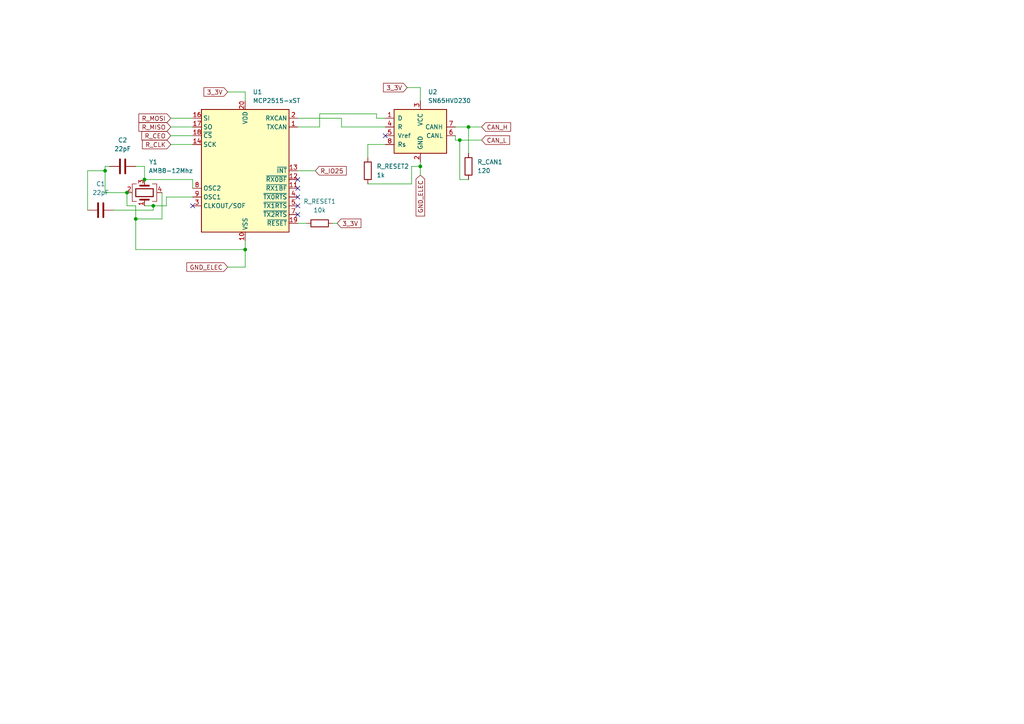
<source format=kicad_sch>
(kicad_sch (version 20231120) (generator "eeschema") (generator_version "8.0")
  (paper "A4")
  (lib_symbols
    (symbol "Device:C" (pin_numbers hide) (pin_names (offset 0.254))
      (property "Reference" "C" (at 0.635 2.54 0))
      (property "Value" "C" (at 0.635 -2.54 0))
      (symbol "C_0_1"
        (polyline (pts (xy -2.032 -0.762) (xy 2.032 -0.762)) (stroke (width 0.508)))
        (polyline (pts (xy -2.032 0.762) (xy 2.032 0.762)) (stroke (width 0.508)))
      )
      (symbol "C_1_1"
        (pin passive line (at 0 3.81 270) (length 2.794) (name "~") (number "1"))
        (pin passive line (at 0 -3.81 90) (length 2.794) (name "~") (number "2"))
      )
    )
    (symbol "Device:Crystal_GND24" (pin_names (offset 1.016) hide)
      (property "Reference" "Y" (at 3.175 5.08 0))
      (property "Value" "Crystal_GND24" (at 3.175 3.175 0))
      (symbol "Crystal_GND24_0_1"
        (rectangle (start -1.143 2.54) (end 1.143 -2.54) (stroke (width 0.3048)))
        (polyline (pts (xy -2.54 0) (xy -2.032 0)))
        (polyline (pts (xy -2.032 -1.27) (xy -2.032 1.27)) (stroke (width 0.508)))
        (polyline (pts (xy 0 -3.81) (xy 0 -3.556)))
        (polyline (pts (xy 0 3.556) (xy 0 3.81)))
        (polyline (pts (xy 2.032 -1.27) (xy 2.032 1.27)) (stroke (width 0.508)))
        (polyline (pts (xy 2.032 0) (xy 2.54 0)))
        (polyline (pts (xy -2.54 -2.286) (xy -2.54 -3.556) (xy 2.54 -3.556) (xy 2.54 -2.286)))
        (polyline (pts (xy -2.54 2.286) (xy -2.54 3.556) (xy 2.54 3.556) (xy 2.54 2.286)))
      )
      (symbol "Crystal_GND24_1_1"
        (pin passive line (at -3.81 0 0) (length 1.27) (name "1") (number "1"))
        (pin passive line (at 0 5.08 270) (length 1.27) (name "2") (number "2"))
        (pin passive line (at 3.81 0 180) (length 1.27) (name "3") (number "3"))
        (pin passive line (at 0 -5.08 90) (length 1.27) (name "4") (number "4"))
      )
    )
    (symbol "Device:R" (pin_numbers hide) (pin_names (offset 0))
      (property "Reference" "R" (at 2.032 0 90))
      (property "Value" "R" (at 0 0 90))
      (symbol "R_0_1"
        (rectangle (start -1.016 -2.54) (end 1.016 2.54) (stroke (width 0.254)))
      )
      (symbol "R_1_1"
        (pin passive line (at 0 3.81 270) (length 1.27) (name "~") (number "1"))
        (pin passive line (at 0 -3.81 90) (length 1.27) (name "~") (number "2"))
      )
    )
    (symbol "Interface_CAN_LIN:MCP2515-xST"
      (property "Reference" "U" (at -10.16 19.685 0))
      (property "Value" "MCP2515-xST" (at 19.05 20.32 0))
      (symbol "MCP2515-xST_0_1"
        (rectangle (start -12.7 17.78) (end 12.7 -17.78) (stroke (width 0.254)) (fill (type background)))
      )
      (symbol "MCP2515-xST_1_1"
        (pin output line (at 15.24 12.7 180) (length 2.54) (name "TXCAN") (number "1"))
        (pin power_in line (at 0 -20.32 90) (length 2.54) (name "VSS") (number "10"))
        (pin output line (at 15.24 -5.08 180) (length 2.54) (name "~{RX1BF}") (number "11"))
        (pin output line (at 15.24 -2.54 180) (length 2.54) (name "~{RX0BF}") (number "12"))
        (pin output line (at 15.24 0 180) (length 2.54) (name "~{INT}") (number "13"))
        (pin input line (at -15.24 7.62 0) (length 2.54) (name "SCK") (number "14"))
        (pin no_connect line (at -12.7 -2.54 0) (length 2.54) hide (name "NC") (number "15"))
        (pin input line (at -15.24 15.24 0) (length 2.54) (name "SI") (number "16"))
        (pin output line (at -15.24 12.7 0) (length 2.54) (name "SO") (number "17"))
        (pin input line (at -15.24 10.16 0) (length 2.54) (name "~{CS}") (number "18"))
        (pin input line (at 15.24 -15.24 180) (length 2.54) (name "~{RESET}") (number "19"))
        (pin input line (at 15.24 15.24 180) (length 2.54) (name "RXCAN") (number "2"))
        (pin power_in line (at 0 20.32 270) (length 2.54) (name "VDD") (number "20"))
        (pin output line (at -15.24 -10.16 0) (length 2.54) (name "CLKOUT/SOF") (number "3"))
        (pin input line (at 15.24 -7.62 180) (length 2.54) (name "~{TX0RTS}") (number "4"))
        (pin input line (at 15.24 -10.16 180) (length 2.54) (name "~{TX1RTS}") (number "5"))
        (pin no_connect line (at -12.7 0 0) (length 2.54) hide (name "NC") (number "6"))
        (pin input line (at 15.24 -12.7 180) (length 2.54) (name "~{TX2RTS}") (number "7"))
        (pin output line (at -15.24 -5.08 0) (length 2.54) (name "OSC2") (number "8"))
        (pin input line (at -15.24 -7.62 0) (length 2.54) (name "OSC1") (number "9"))
      )
    )
    (symbol "Interface_CAN_LIN:SN65HVD230" (pin_names (offset 1.016))
      (property "Reference" "U" (at -2.54 10.16 0))
      (property "Value" "SN65HVD230" (at -2.54 7.62 0))
      (symbol "SN65HVD230_0_1"
        (rectangle (start -7.62 5.08) (end 7.62 -7.62) (stroke (width 0.254)) (fill (type background)))
      )
      (symbol "SN65HVD230_1_1"
        (pin input line (at -10.16 2.54 0) (length 2.54) (name "D") (number "1"))
        (pin power_in line (at 0 -10.16 90) (length 2.54) (name "GND") (number "2"))
        (pin power_in line (at 0 7.62 270) (length 2.54) (name "VCC") (number "3"))
        (pin output line (at -10.16 0 0) (length 2.54) (name "R") (number "4"))
        (pin output line (at -10.16 -2.54 0) (length 2.54) (name "Vref") (number "5"))
        (pin bidirectional line (at 10.16 -2.54 180) (length 2.54) (name "CANL") (number "6"))
        (pin bidirectional line (at 10.16 0 180) (length 2.54) (name "CANH") (number "7"))
        (pin input line (at -10.16 -5.08 0) (length 2.54) (name "Rs") (number "8"))
      )
    )
  )
  (junction (at 30.48 49.53))
  (junction (at 44.45 59.69))
  (junction (at 41.91 52.07))
  (junction (at 135.89 36.83))
  (junction (at 39.37 63.5))
  (junction (at 121.92 48.26))
  (junction (at 71.12 72.39))
  (junction (at 133.35 40.64))
  (junction (at 36.83 55.88))
  (no_connect (at 86.36 59.69))
  (no_connect (at 86.36 57.15))
  (no_connect (at 86.36 52.07))
  (no_connect (at 111.76 39.37))
  (no_connect (at 86.36 62.23))
  (no_connect (at 86.36 54.61))
  (no_connect (at 55.88 59.69))
  (wire (pts (xy 48.26 57.15) (xy 48.26 59.69)))
  (wire (pts (xy 49.53 36.83) (xy 55.88 36.83)))
  (wire (pts (xy 30.48 55.88) (xy 36.83 55.88)))
  (wire (pts (xy 49.53 39.37) (xy 55.88 39.37)))
  (wire (pts (xy 106.68 53.34) (xy 119.38 53.34)))
  (wire (pts (xy 30.48 49.53) (xy 30.48 55.88)))
  (wire (pts (xy 109.22 33.02) (xy 109.22 34.29)))
  (wire (pts (xy 86.36 36.83) (xy 92.71 36.83)))
  (wire (pts (xy 66.04 77.47) (xy 71.12 77.47)))
  (wire (pts (xy 121.92 25.4) (xy 118.11 25.4)))
  (wire (pts (xy 33.02 60.96) (xy 44.45 60.96)))
  (wire (pts (xy 39.37 63.5) (xy 39.37 59.69)))
  (wire (pts (xy 44.45 59.69) (xy 41.91 59.69)))
  (wire (pts (xy 25.4 49.53) (xy 30.48 49.53)))
  (wire (pts (xy 48.26 57.15) (xy 55.88 57.15)))
  (wire (pts (xy 39.37 72.39) (xy 71.12 72.39)))
  (wire (pts (xy 36.83 55.88) (xy 36.83 59.69)))
  (wire (pts (xy 39.37 63.5) (xy 46.99 63.5)))
  (wire (pts (xy 121.92 48.26) (xy 121.92 50.8)))
  (wire (pts (xy 92.71 36.83) (xy 92.71 33.02)))
  (wire (pts (xy 133.35 40.64) (xy 132.08 40.64)))
  (wire (pts (xy 44.45 59.69) (xy 44.45 60.96)))
  (wire (pts (xy 86.36 64.77) (xy 88.9 64.77)))
  (wire (pts (xy 71.12 77.47) (xy 71.12 72.39)))
  (wire (pts (xy 41.91 52.07) (xy 55.88 52.07)))
  (wire (pts (xy 96.52 64.77) (xy 97.79 64.77)))
  (wire (pts (xy 39.37 72.39) (xy 39.37 63.5)))
  (wire (pts (xy 135.89 52.07) (xy 133.35 52.07)))
  (wire (pts (xy 99.06 36.83) (xy 99.06 34.29)))
  (wire (pts (xy 39.37 48.26) (xy 41.91 48.26)))
  (wire (pts (xy 49.53 34.29) (xy 55.88 34.29)))
  (wire (pts (xy 106.68 45.72) (xy 106.68 41.91)))
  (wire (pts (xy 39.37 59.69) (xy 36.83 59.69)))
  (wire (pts (xy 30.48 48.26) (xy 30.48 49.53)))
  (wire (pts (xy 119.38 48.26) (xy 121.92 48.26)))
  (wire (pts (xy 132.08 40.64) (xy 132.08 39.37)))
  (wire (pts (xy 49.53 41.91) (xy 55.88 41.91)))
  (wire (pts (xy 121.92 29.21) (xy 121.92 25.4)))
  (wire (pts (xy 66.04 26.67) (xy 71.12 26.67)))
  (wire (pts (xy 139.7 40.64) (xy 133.35 40.64)))
  (wire (pts (xy 71.12 26.67) (xy 71.12 29.21)))
  (wire (pts (xy 48.26 59.69) (xy 44.45 59.69)))
  (wire (pts (xy 132.08 36.83) (xy 135.89 36.83)))
  (wire (pts (xy 86.36 34.29) (xy 99.06 34.29)))
  (wire (pts (xy 92.71 33.02) (xy 109.22 33.02)))
  (wire (pts (xy 86.36 49.53) (xy 91.44 49.53)))
  (wire (pts (xy 55.88 52.07) (xy 55.88 54.61)))
  (wire (pts (xy 106.68 41.91) (xy 111.76 41.91)))
  (wire (pts (xy 119.38 53.34) (xy 119.38 48.26)))
  (wire (pts (xy 41.91 52.07) (xy 41.91 48.26)))
  (wire (pts (xy 30.48 48.26) (xy 31.75 48.26)))
  (wire (pts (xy 46.99 55.88) (xy 46.99 63.5)))
  (wire (pts (xy 71.12 72.39) (xy 71.12 69.85)))
  (wire (pts (xy 133.35 40.64) (xy 133.35 52.07)))
  (wire (pts (xy 135.89 36.83) (xy 135.89 44.45)))
  (wire (pts (xy 135.89 36.83) (xy 139.7 36.83)))
  (wire (pts (xy 25.4 60.96) (xy 25.4 49.53)))
  (wire (pts (xy 111.76 36.83) (xy 99.06 36.83)))
  (wire (pts (xy 109.22 34.29) (xy 111.76 34.29)))
  (wire (pts (xy 121.92 46.99) (xy 121.92 48.26)))
  (global_label "CAN_H" (shape input) (at 139.7 36.83 0) (property "Intersheetrefs" "${INTERSHEET_REFS}" (effects (hide yes))))
  (global_label "CAN_L" (shape input) (at 139.7 40.64 0) (property "Intersheetrefs" "${INTERSHEET_REFS}" (effects (hide yes))))
  (global_label "GND_ELEC" (shape input) (at 66.04 77.47 180) (property "Intersheetrefs" "${INTERSHEET_REFS}" (effects (hide yes))))
  (global_label "3_3V" (shape input) (at 66.04 26.67 180) (property "Intersheetrefs" "${INTERSHEET_REFS}" (effects (hide yes))))
  (global_label "3_3V" (shape input) (at 97.79 64.77 0) (property "Intersheetrefs" "${INTERSHEET_REFS}" (effects (hide yes))))
  (global_label "R_CEO" (shape input) (at 49.53 39.37 180) (property "Intersheetrefs" "${INTERSHEET_REFS}" (effects (hide yes))))
  (global_label "R_MISO" (shape input) (at 49.53 36.83 180) (property "Intersheetrefs" "${INTERSHEET_REFS}" (effects (hide yes))))
  (global_label "R_MOSI" (shape input) (at 49.53 34.29 180) (property "Intersheetrefs" "${INTERSHEET_REFS}" (effects (hide yes))))
  (global_label "GND_ELEC" (shape input) (at 121.92 50.8 270) (property "Intersheetrefs" "${INTERSHEET_REFS}" (effects (hide yes))))
  (global_label "R_CLK" (shape input) (at 49.53 41.91 180) (property "Intersheetrefs" "${INTERSHEET_REFS}" (effects (hide yes))))
  (global_label "3_3V" (shape input) (at 118.11 25.4 180) (property "Intersheetrefs" "${INTERSHEET_REFS}" (effects (hide yes))))
  (global_label "R_IO25" (shape input) (at 91.44 49.53 0) (property "Intersheetrefs" "${INTERSHEET_REFS}" (effects (hide yes))))
  (symbol (lib_id "Device:R") (at 106.68 49.53 180) (unit 1)
    (property "Reference" "R_RESET2" (at 109.22 48.26 0) (effects (justify right)))
    (property "Value" "1k" (at 109.22 50.8 0) (effects (justify right)))
    (property "Footprint" "Resistor_SMD:R_0603_1608Metric" (effects (hide yes)))
  )
  (symbol (lib_id "Device:R") (at 92.71 64.77 90) (unit 1)
    (property "Reference" "R_RESET1" (at 92.71 58.42 90))
    (property "Value" "10k" (at 92.71 60.96 90))
    (property "Footprint" "Resistor_SMD:R_0603_1608Metric" (effects (hide yes)))
  )
  (symbol (lib_id "Interface_CAN_LIN:MCP2515-xST") (at 71.12 49.53 0) (unit 1)
    (property "Reference" "U1" (at 73.3141 26.67 0) (effects (justify left)))
    (property "Value" "MCP2515-xST" (at 73.3141 29.21 0) (effects (justify left)))
    (property "Footprint" "Package_SO:TSSOP-20_4.4x6.5mm_P0.65mm" (effects (hide yes)))
    (property "Datasheet" "http://ww1.microchip.com/downloads/en/DeviceDoc/21801e.pdf" (effects (hide yes)))
  )
  (symbol (lib_id "Interface_CAN_LIN:SN65HVD230") (at 121.92 36.83 0) (unit 1)
    (property "Reference" "U2" (at 124.1141 26.67 0) (effects (justify left)))
    (property "Value" "SN65HVD230" (at 124.1141 29.21 0) (effects (justify left)))
    (property "Footprint" "Package_SO:SOIC-8_3.9x4.9mm_P1.27mm" (effects (hide yes)))
    (property "Datasheet" "http://www.ti.com/lit/ds/symlink/sn65hvd230.pdf" (effects (hide yes)))
  )
  (symbol (lib_id "Device:C") (at 29.21 60.96 90) (unit 1)
    (property "Reference" "C1" (at 29.21 53.34 90))
    (property "Value" "22pF" (at 29.21 55.88 90))
    (property "Footprint" "Capacitor_SMD:C_0603_1608Metric" (effects (hide yes)))
  )
  (symbol (lib_id "Device:Crystal_GND24") (at 41.91 55.88 90) (unit 1)
    (property "Reference" "Y1" (at 44.45 46.99 90))
    (property "Value" "AMB8-12Mhz" (at 49.53 49.53 90))
    (property "Footprint" "Oscillator:Oscillator_SMD_Abracon_ASE-4Pin_3.2x2.5mm" (effects (hide yes)))
  )
  (symbol (lib_id "Device:C") (at 35.56 48.26 90) (unit 1)
    (property "Reference" "C2" (at 35.56 40.64 90))
    (property "Value" "22pF" (at 35.56 43.18 90))
    (property "Footprint" "Capacitor_SMD:C_0603_1608Metric" (effects (hide yes)))
  )
  (symbol (lib_id "Device:R") (at 135.89 48.26 180) (unit 1)
    (property "Reference" "R_CAN1" (at 138.43 46.99 0) (effects (justify right)))
    (property "Value" "120" (at 138.43 49.53 0) (effects (justify right)))
    (property "Footprint" "Resistor_SMD:R_0603_1608Metric" (effects (hide yes)))
  )
)
</source>
